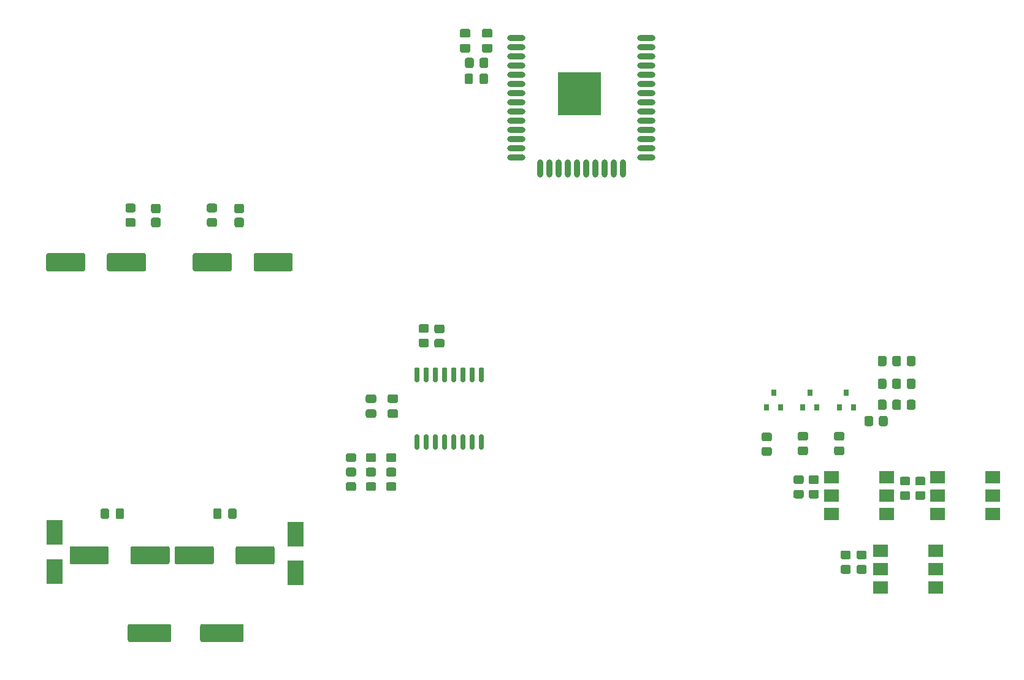
<source format=gtp>
G04 #@! TF.GenerationSoftware,KiCad,Pcbnew,5.1.10*
G04 #@! TF.CreationDate,2021-10-11T20:28:44-03:00*
G04 #@! TF.ProjectId,tesis,74657369-732e-46b6-9963-61645f706362,v1.0*
G04 #@! TF.SameCoordinates,Original*
G04 #@! TF.FileFunction,Paste,Top*
G04 #@! TF.FilePolarity,Positive*
%FSLAX46Y46*%
G04 Gerber Fmt 4.6, Leading zero omitted, Abs format (unit mm)*
G04 Created by KiCad (PCBNEW 5.1.10) date 2021-10-11 20:28:44*
%MOMM*%
%LPD*%
G01*
G04 APERTURE LIST*
%ADD10O,2.500000X0.900000*%
%ADD11O,0.900000X2.500000*%
%ADD12R,6.000000X6.000000*%
%ADD13R,2.300000X3.500000*%
%ADD14R,0.800000X0.900000*%
%ADD15R,2.000000X1.780000*%
G04 APERTURE END LIST*
D10*
X143620000Y-44472000D03*
X143620000Y-45742000D03*
X143620000Y-47012000D03*
X143620000Y-48282000D03*
X143620000Y-49552000D03*
X143620000Y-50822000D03*
X143620000Y-52092000D03*
X143620000Y-53362000D03*
X143620000Y-54632000D03*
X143620000Y-55902000D03*
X143620000Y-57172000D03*
X143620000Y-58442000D03*
X143620000Y-59712000D03*
X143620000Y-60982000D03*
D11*
X140335000Y-62472000D03*
X139065000Y-62472000D03*
X137795000Y-62472000D03*
X136525000Y-62472000D03*
X135255000Y-62472000D03*
X133985000Y-62472000D03*
X132715000Y-62472000D03*
X131445000Y-62472000D03*
X130175000Y-62472000D03*
X128905000Y-62472000D03*
D10*
X125620000Y-60982000D03*
X125620000Y-59712000D03*
X125620000Y-58442000D03*
X125620000Y-57172000D03*
X125620000Y-55902000D03*
X125620000Y-54632000D03*
X125620000Y-53362000D03*
X125620000Y-52092000D03*
X125620000Y-50822000D03*
X125620000Y-49552000D03*
X125620000Y-48282000D03*
X125620000Y-47012000D03*
X125620000Y-45742000D03*
X125620000Y-44472000D03*
D12*
X134320000Y-52172000D03*
G36*
G01*
X112075000Y-101305000D02*
X111775000Y-101305000D01*
G75*
G02*
X111625000Y-101155000I0J150000D01*
G01*
X111625000Y-99405000D01*
G75*
G02*
X111775000Y-99255000I150000J0D01*
G01*
X112075000Y-99255000D01*
G75*
G02*
X112225000Y-99405000I0J-150000D01*
G01*
X112225000Y-101155000D01*
G75*
G02*
X112075000Y-101305000I-150000J0D01*
G01*
G37*
G36*
G01*
X113345000Y-101305000D02*
X113045000Y-101305000D01*
G75*
G02*
X112895000Y-101155000I0J150000D01*
G01*
X112895000Y-99405000D01*
G75*
G02*
X113045000Y-99255000I150000J0D01*
G01*
X113345000Y-99255000D01*
G75*
G02*
X113495000Y-99405000I0J-150000D01*
G01*
X113495000Y-101155000D01*
G75*
G02*
X113345000Y-101305000I-150000J0D01*
G01*
G37*
G36*
G01*
X114615000Y-101305000D02*
X114315000Y-101305000D01*
G75*
G02*
X114165000Y-101155000I0J150000D01*
G01*
X114165000Y-99405000D01*
G75*
G02*
X114315000Y-99255000I150000J0D01*
G01*
X114615000Y-99255000D01*
G75*
G02*
X114765000Y-99405000I0J-150000D01*
G01*
X114765000Y-101155000D01*
G75*
G02*
X114615000Y-101305000I-150000J0D01*
G01*
G37*
G36*
G01*
X115885000Y-101305000D02*
X115585000Y-101305000D01*
G75*
G02*
X115435000Y-101155000I0J150000D01*
G01*
X115435000Y-99405000D01*
G75*
G02*
X115585000Y-99255000I150000J0D01*
G01*
X115885000Y-99255000D01*
G75*
G02*
X116035000Y-99405000I0J-150000D01*
G01*
X116035000Y-101155000D01*
G75*
G02*
X115885000Y-101305000I-150000J0D01*
G01*
G37*
G36*
G01*
X117155000Y-101305000D02*
X116855000Y-101305000D01*
G75*
G02*
X116705000Y-101155000I0J150000D01*
G01*
X116705000Y-99405000D01*
G75*
G02*
X116855000Y-99255000I150000J0D01*
G01*
X117155000Y-99255000D01*
G75*
G02*
X117305000Y-99405000I0J-150000D01*
G01*
X117305000Y-101155000D01*
G75*
G02*
X117155000Y-101305000I-150000J0D01*
G01*
G37*
G36*
G01*
X118425000Y-101305000D02*
X118125000Y-101305000D01*
G75*
G02*
X117975000Y-101155000I0J150000D01*
G01*
X117975000Y-99405000D01*
G75*
G02*
X118125000Y-99255000I150000J0D01*
G01*
X118425000Y-99255000D01*
G75*
G02*
X118575000Y-99405000I0J-150000D01*
G01*
X118575000Y-101155000D01*
G75*
G02*
X118425000Y-101305000I-150000J0D01*
G01*
G37*
G36*
G01*
X119695000Y-101305000D02*
X119395000Y-101305000D01*
G75*
G02*
X119245000Y-101155000I0J150000D01*
G01*
X119245000Y-99405000D01*
G75*
G02*
X119395000Y-99255000I150000J0D01*
G01*
X119695000Y-99255000D01*
G75*
G02*
X119845000Y-99405000I0J-150000D01*
G01*
X119845000Y-101155000D01*
G75*
G02*
X119695000Y-101305000I-150000J0D01*
G01*
G37*
G36*
G01*
X120965000Y-101305000D02*
X120665000Y-101305000D01*
G75*
G02*
X120515000Y-101155000I0J150000D01*
G01*
X120515000Y-99405000D01*
G75*
G02*
X120665000Y-99255000I150000J0D01*
G01*
X120965000Y-99255000D01*
G75*
G02*
X121115000Y-99405000I0J-150000D01*
G01*
X121115000Y-101155000D01*
G75*
G02*
X120965000Y-101305000I-150000J0D01*
G01*
G37*
G36*
G01*
X120965000Y-92005000D02*
X120665000Y-92005000D01*
G75*
G02*
X120515000Y-91855000I0J150000D01*
G01*
X120515000Y-90105000D01*
G75*
G02*
X120665000Y-89955000I150000J0D01*
G01*
X120965000Y-89955000D01*
G75*
G02*
X121115000Y-90105000I0J-150000D01*
G01*
X121115000Y-91855000D01*
G75*
G02*
X120965000Y-92005000I-150000J0D01*
G01*
G37*
G36*
G01*
X119695000Y-92005000D02*
X119395000Y-92005000D01*
G75*
G02*
X119245000Y-91855000I0J150000D01*
G01*
X119245000Y-90105000D01*
G75*
G02*
X119395000Y-89955000I150000J0D01*
G01*
X119695000Y-89955000D01*
G75*
G02*
X119845000Y-90105000I0J-150000D01*
G01*
X119845000Y-91855000D01*
G75*
G02*
X119695000Y-92005000I-150000J0D01*
G01*
G37*
G36*
G01*
X118425000Y-92005000D02*
X118125000Y-92005000D01*
G75*
G02*
X117975000Y-91855000I0J150000D01*
G01*
X117975000Y-90105000D01*
G75*
G02*
X118125000Y-89955000I150000J0D01*
G01*
X118425000Y-89955000D01*
G75*
G02*
X118575000Y-90105000I0J-150000D01*
G01*
X118575000Y-91855000D01*
G75*
G02*
X118425000Y-92005000I-150000J0D01*
G01*
G37*
G36*
G01*
X117155000Y-92005000D02*
X116855000Y-92005000D01*
G75*
G02*
X116705000Y-91855000I0J150000D01*
G01*
X116705000Y-90105000D01*
G75*
G02*
X116855000Y-89955000I150000J0D01*
G01*
X117155000Y-89955000D01*
G75*
G02*
X117305000Y-90105000I0J-150000D01*
G01*
X117305000Y-91855000D01*
G75*
G02*
X117155000Y-92005000I-150000J0D01*
G01*
G37*
G36*
G01*
X115885000Y-92005000D02*
X115585000Y-92005000D01*
G75*
G02*
X115435000Y-91855000I0J150000D01*
G01*
X115435000Y-90105000D01*
G75*
G02*
X115585000Y-89955000I150000J0D01*
G01*
X115885000Y-89955000D01*
G75*
G02*
X116035000Y-90105000I0J-150000D01*
G01*
X116035000Y-91855000D01*
G75*
G02*
X115885000Y-92005000I-150000J0D01*
G01*
G37*
G36*
G01*
X114615000Y-92005000D02*
X114315000Y-92005000D01*
G75*
G02*
X114165000Y-91855000I0J150000D01*
G01*
X114165000Y-90105000D01*
G75*
G02*
X114315000Y-89955000I150000J0D01*
G01*
X114615000Y-89955000D01*
G75*
G02*
X114765000Y-90105000I0J-150000D01*
G01*
X114765000Y-91855000D01*
G75*
G02*
X114615000Y-92005000I-150000J0D01*
G01*
G37*
G36*
G01*
X113345000Y-92005000D02*
X113045000Y-92005000D01*
G75*
G02*
X112895000Y-91855000I0J150000D01*
G01*
X112895000Y-90105000D01*
G75*
G02*
X113045000Y-89955000I150000J0D01*
G01*
X113345000Y-89955000D01*
G75*
G02*
X113495000Y-90105000I0J-150000D01*
G01*
X113495000Y-91855000D01*
G75*
G02*
X113345000Y-92005000I-150000J0D01*
G01*
G37*
G36*
G01*
X112075000Y-92005000D02*
X111775000Y-92005000D01*
G75*
G02*
X111625000Y-91855000I0J150000D01*
G01*
X111625000Y-90105000D01*
G75*
G02*
X111775000Y-89955000I150000J0D01*
G01*
X112075000Y-89955000D01*
G75*
G02*
X112225000Y-90105000I0J-150000D01*
G01*
X112225000Y-91855000D01*
G75*
G02*
X112075000Y-92005000I-150000J0D01*
G01*
G37*
G36*
G01*
X81995000Y-127680000D02*
X81995000Y-125680000D01*
G75*
G02*
X82245000Y-125430000I250000J0D01*
G01*
X87745000Y-125430000D01*
G75*
G02*
X87995000Y-125680000I0J-250000D01*
G01*
X87995000Y-127680000D01*
G75*
G02*
X87745000Y-127930000I-250000J0D01*
G01*
X82245000Y-127930000D01*
G75*
G02*
X81995000Y-127680000I0J250000D01*
G01*
G37*
G36*
G01*
X71995000Y-127680000D02*
X71995000Y-125680000D01*
G75*
G02*
X72245000Y-125430000I250000J0D01*
G01*
X77745000Y-125430000D01*
G75*
G02*
X77995000Y-125680000I0J-250000D01*
G01*
X77995000Y-127680000D01*
G75*
G02*
X77745000Y-127930000I-250000J0D01*
G01*
X72245000Y-127930000D01*
G75*
G02*
X71995000Y-127680000I0J250000D01*
G01*
G37*
G36*
G01*
X89370000Y-76430000D02*
X89370000Y-74430000D01*
G75*
G02*
X89620000Y-74180000I250000J0D01*
G01*
X94520000Y-74180000D01*
G75*
G02*
X94770000Y-74430000I0J-250000D01*
G01*
X94770000Y-76430000D01*
G75*
G02*
X94520000Y-76680000I-250000J0D01*
G01*
X89620000Y-76680000D01*
G75*
G02*
X89370000Y-76430000I0J250000D01*
G01*
G37*
G36*
G01*
X80970000Y-76430000D02*
X80970000Y-74430000D01*
G75*
G02*
X81220000Y-74180000I250000J0D01*
G01*
X86120000Y-74180000D01*
G75*
G02*
X86370000Y-74430000I0J-250000D01*
G01*
X86370000Y-76430000D01*
G75*
G02*
X86120000Y-76680000I-250000J0D01*
G01*
X81220000Y-76680000D01*
G75*
G02*
X80970000Y-76430000I0J250000D01*
G01*
G37*
G36*
G01*
X78470000Y-116930000D02*
X78470000Y-114930000D01*
G75*
G02*
X78720000Y-114680000I250000J0D01*
G01*
X83620000Y-114680000D01*
G75*
G02*
X83870000Y-114930000I0J-250000D01*
G01*
X83870000Y-116930000D01*
G75*
G02*
X83620000Y-117180000I-250000J0D01*
G01*
X78720000Y-117180000D01*
G75*
G02*
X78470000Y-116930000I0J250000D01*
G01*
G37*
G36*
G01*
X86870000Y-116930000D02*
X86870000Y-114930000D01*
G75*
G02*
X87120000Y-114680000I250000J0D01*
G01*
X92020000Y-114680000D01*
G75*
G02*
X92270000Y-114930000I0J-250000D01*
G01*
X92270000Y-116930000D01*
G75*
G02*
X92020000Y-117180000I-250000J0D01*
G01*
X87120000Y-117180000D01*
G75*
G02*
X86870000Y-116930000I0J250000D01*
G01*
G37*
G36*
G01*
X83782500Y-110655000D02*
X83782500Y-109705000D01*
G75*
G02*
X84032500Y-109455000I250000J0D01*
G01*
X84707500Y-109455000D01*
G75*
G02*
X84957500Y-109705000I0J-250000D01*
G01*
X84957500Y-110655000D01*
G75*
G02*
X84707500Y-110905000I-250000J0D01*
G01*
X84032500Y-110905000D01*
G75*
G02*
X83782500Y-110655000I0J250000D01*
G01*
G37*
G36*
G01*
X85857500Y-110655000D02*
X85857500Y-109705000D01*
G75*
G02*
X86107500Y-109455000I250000J0D01*
G01*
X86782500Y-109455000D01*
G75*
G02*
X87032500Y-109705000I0J-250000D01*
G01*
X87032500Y-110655000D01*
G75*
G02*
X86782500Y-110905000I-250000J0D01*
G01*
X86107500Y-110905000D01*
G75*
G02*
X85857500Y-110655000I0J250000D01*
G01*
G37*
G36*
G01*
X69120000Y-76430000D02*
X69120000Y-74430000D01*
G75*
G02*
X69370000Y-74180000I250000J0D01*
G01*
X74270000Y-74180000D01*
G75*
G02*
X74520000Y-74430000I0J-250000D01*
G01*
X74520000Y-76430000D01*
G75*
G02*
X74270000Y-76680000I-250000J0D01*
G01*
X69370000Y-76680000D01*
G75*
G02*
X69120000Y-76430000I0J250000D01*
G01*
G37*
G36*
G01*
X60720000Y-76430000D02*
X60720000Y-74430000D01*
G75*
G02*
X60970000Y-74180000I250000J0D01*
G01*
X65870000Y-74180000D01*
G75*
G02*
X66120000Y-74430000I0J-250000D01*
G01*
X66120000Y-76430000D01*
G75*
G02*
X65870000Y-76680000I-250000J0D01*
G01*
X60970000Y-76680000D01*
G75*
G02*
X60720000Y-76430000I0J250000D01*
G01*
G37*
G36*
G01*
X77770000Y-114930000D02*
X77770000Y-116930000D01*
G75*
G02*
X77520000Y-117180000I-250000J0D01*
G01*
X72620000Y-117180000D01*
G75*
G02*
X72370000Y-116930000I0J250000D01*
G01*
X72370000Y-114930000D01*
G75*
G02*
X72620000Y-114680000I250000J0D01*
G01*
X77520000Y-114680000D01*
G75*
G02*
X77770000Y-114930000I0J-250000D01*
G01*
G37*
G36*
G01*
X69370000Y-114930000D02*
X69370000Y-116930000D01*
G75*
G02*
X69120000Y-117180000I-250000J0D01*
G01*
X64220000Y-117180000D01*
G75*
G02*
X63970000Y-116930000I0J250000D01*
G01*
X63970000Y-114930000D01*
G75*
G02*
X64220000Y-114680000I250000J0D01*
G01*
X69120000Y-114680000D01*
G75*
G02*
X69370000Y-114930000I0J-250000D01*
G01*
G37*
G36*
G01*
X69420000Y-109705000D02*
X69420000Y-110655000D01*
G75*
G02*
X69170000Y-110905000I-250000J0D01*
G01*
X68495000Y-110905000D01*
G75*
G02*
X68245000Y-110655000I0J250000D01*
G01*
X68245000Y-109705000D01*
G75*
G02*
X68495000Y-109455000I250000J0D01*
G01*
X69170000Y-109455000D01*
G75*
G02*
X69420000Y-109705000I0J-250000D01*
G01*
G37*
G36*
G01*
X71495000Y-109705000D02*
X71495000Y-110655000D01*
G75*
G02*
X71245000Y-110905000I-250000J0D01*
G01*
X70570000Y-110905000D01*
G75*
G02*
X70320000Y-110655000I0J250000D01*
G01*
X70320000Y-109705000D01*
G75*
G02*
X70570000Y-109455000I250000J0D01*
G01*
X71245000Y-109455000D01*
G75*
G02*
X71495000Y-109705000I0J-250000D01*
G01*
G37*
D13*
X95120000Y-118380000D03*
X95120000Y-112980000D03*
G36*
G01*
X87770001Y-68667500D02*
X86969999Y-68667500D01*
G75*
G02*
X86720000Y-68417501I0J249999D01*
G01*
X86720000Y-67592499D01*
G75*
G02*
X86969999Y-67342500I249999J0D01*
G01*
X87770001Y-67342500D01*
G75*
G02*
X88020000Y-67592499I0J-249999D01*
G01*
X88020000Y-68417501D01*
G75*
G02*
X87770001Y-68667500I-249999J0D01*
G01*
G37*
G36*
G01*
X87770001Y-70592500D02*
X86969999Y-70592500D01*
G75*
G02*
X86720000Y-70342501I0J249999D01*
G01*
X86720000Y-69517499D01*
G75*
G02*
X86969999Y-69267500I249999J0D01*
G01*
X87770001Y-69267500D01*
G75*
G02*
X88020000Y-69517499I0J-249999D01*
G01*
X88020000Y-70342501D01*
G75*
G02*
X87770001Y-70592500I-249999J0D01*
G01*
G37*
X61870000Y-112780000D03*
X61870000Y-118180000D03*
G36*
G01*
X76270001Y-70592500D02*
X75469999Y-70592500D01*
G75*
G02*
X75220000Y-70342501I0J249999D01*
G01*
X75220000Y-69517499D01*
G75*
G02*
X75469999Y-69267500I249999J0D01*
G01*
X76270001Y-69267500D01*
G75*
G02*
X76520000Y-69517499I0J-249999D01*
G01*
X76520000Y-70342501D01*
G75*
G02*
X76270001Y-70592500I-249999J0D01*
G01*
G37*
G36*
G01*
X76270001Y-68667500D02*
X75469999Y-68667500D01*
G75*
G02*
X75220000Y-68417501I0J249999D01*
G01*
X75220000Y-67592499D01*
G75*
G02*
X75469999Y-67342500I249999J0D01*
G01*
X76270001Y-67342500D01*
G75*
G02*
X76520000Y-67592499I0J-249999D01*
G01*
X76520000Y-68417501D01*
G75*
G02*
X76270001Y-68667500I-249999J0D01*
G01*
G37*
G36*
G01*
X84070001Y-68530000D02*
X83169999Y-68530000D01*
G75*
G02*
X82920000Y-68280001I0J249999D01*
G01*
X82920000Y-67579999D01*
G75*
G02*
X83169999Y-67330000I249999J0D01*
G01*
X84070001Y-67330000D01*
G75*
G02*
X84320000Y-67579999I0J-249999D01*
G01*
X84320000Y-68280001D01*
G75*
G02*
X84070001Y-68530000I-249999J0D01*
G01*
G37*
G36*
G01*
X84070001Y-70530000D02*
X83169999Y-70530000D01*
G75*
G02*
X82920000Y-70280001I0J249999D01*
G01*
X82920000Y-69579999D01*
G75*
G02*
X83169999Y-69330000I249999J0D01*
G01*
X84070001Y-69330000D01*
G75*
G02*
X84320000Y-69579999I0J-249999D01*
G01*
X84320000Y-70280001D01*
G75*
G02*
X84070001Y-70530000I-249999J0D01*
G01*
G37*
G36*
G01*
X72820001Y-70530000D02*
X71919999Y-70530000D01*
G75*
G02*
X71670000Y-70280001I0J249999D01*
G01*
X71670000Y-69579999D01*
G75*
G02*
X71919999Y-69330000I249999J0D01*
G01*
X72820001Y-69330000D01*
G75*
G02*
X73070000Y-69579999I0J-249999D01*
G01*
X73070000Y-70280001D01*
G75*
G02*
X72820001Y-70530000I-249999J0D01*
G01*
G37*
G36*
G01*
X72820001Y-68530000D02*
X71919999Y-68530000D01*
G75*
G02*
X71670000Y-68280001I0J249999D01*
G01*
X71670000Y-67579999D01*
G75*
G02*
X71919999Y-67330000I249999J0D01*
G01*
X72820001Y-67330000D01*
G75*
G02*
X73070000Y-67579999I0J-249999D01*
G01*
X73070000Y-68280001D01*
G75*
G02*
X72820001Y-68530000I-249999J0D01*
G01*
G37*
G36*
G01*
X174920000Y-96929999D02*
X174920000Y-97830001D01*
G75*
G02*
X174670001Y-98080000I-249999J0D01*
G01*
X173969999Y-98080000D01*
G75*
G02*
X173720000Y-97830001I0J249999D01*
G01*
X173720000Y-96929999D01*
G75*
G02*
X173969999Y-96680000I249999J0D01*
G01*
X174670001Y-96680000D01*
G75*
G02*
X174920000Y-96929999I0J-249999D01*
G01*
G37*
G36*
G01*
X176920000Y-96929999D02*
X176920000Y-97830001D01*
G75*
G02*
X176670001Y-98080000I-249999J0D01*
G01*
X175969999Y-98080000D01*
G75*
G02*
X175720000Y-97830001I0J249999D01*
G01*
X175720000Y-96929999D01*
G75*
G02*
X175969999Y-96680000I249999J0D01*
G01*
X176670001Y-96680000D01*
G75*
G02*
X176920000Y-96929999I0J-249999D01*
G01*
G37*
G36*
G01*
X177557200Y-92680001D02*
X177557200Y-91779999D01*
G75*
G02*
X177807199Y-91530000I249999J0D01*
G01*
X178507201Y-91530000D01*
G75*
G02*
X178757200Y-91779999I0J-249999D01*
G01*
X178757200Y-92680001D01*
G75*
G02*
X178507201Y-92930000I-249999J0D01*
G01*
X177807199Y-92930000D01*
G75*
G02*
X177557200Y-92680001I0J249999D01*
G01*
G37*
G36*
G01*
X175557200Y-92680001D02*
X175557200Y-91779999D01*
G75*
G02*
X175807199Y-91530000I249999J0D01*
G01*
X176507201Y-91530000D01*
G75*
G02*
X176757200Y-91779999I0J-249999D01*
G01*
X176757200Y-92680001D01*
G75*
G02*
X176507201Y-92930000I-249999J0D01*
G01*
X175807199Y-92930000D01*
G75*
G02*
X175557200Y-92680001I0J249999D01*
G01*
G37*
G36*
G01*
X177557200Y-95580001D02*
X177557200Y-94679999D01*
G75*
G02*
X177807199Y-94430000I249999J0D01*
G01*
X178507201Y-94430000D01*
G75*
G02*
X178757200Y-94679999I0J-249999D01*
G01*
X178757200Y-95580001D01*
G75*
G02*
X178507201Y-95830000I-249999J0D01*
G01*
X177807199Y-95830000D01*
G75*
G02*
X177557200Y-95580001I0J249999D01*
G01*
G37*
G36*
G01*
X175557200Y-95580001D02*
X175557200Y-94679999D01*
G75*
G02*
X175807199Y-94430000I249999J0D01*
G01*
X176507201Y-94430000D01*
G75*
G02*
X176757200Y-94679999I0J-249999D01*
G01*
X176757200Y-95580001D01*
G75*
G02*
X176507201Y-95830000I-249999J0D01*
G01*
X175807199Y-95830000D01*
G75*
G02*
X175557200Y-95580001I0J249999D01*
G01*
G37*
G36*
G01*
X175557200Y-89530001D02*
X175557200Y-88629999D01*
G75*
G02*
X175807199Y-88380000I249999J0D01*
G01*
X176507201Y-88380000D01*
G75*
G02*
X176757200Y-88629999I0J-249999D01*
G01*
X176757200Y-89530001D01*
G75*
G02*
X176507201Y-89780000I-249999J0D01*
G01*
X175807199Y-89780000D01*
G75*
G02*
X175557200Y-89530001I0J249999D01*
G01*
G37*
G36*
G01*
X177557200Y-89530001D02*
X177557200Y-88629999D01*
G75*
G02*
X177807199Y-88380000I249999J0D01*
G01*
X178507201Y-88380000D01*
G75*
G02*
X178757200Y-88629999I0J-249999D01*
G01*
X178757200Y-89530001D01*
G75*
G02*
X178507201Y-89780000I-249999J0D01*
G01*
X177807199Y-89780000D01*
G75*
G02*
X177557200Y-89530001I0J249999D01*
G01*
G37*
G36*
G01*
X177557200Y-92680001D02*
X177557200Y-91779999D01*
G75*
G02*
X177807199Y-91530000I249999J0D01*
G01*
X178507201Y-91530000D01*
G75*
G02*
X178757200Y-91779999I0J-249999D01*
G01*
X178757200Y-92680001D01*
G75*
G02*
X178507201Y-92930000I-249999J0D01*
G01*
X177807199Y-92930000D01*
G75*
G02*
X177557200Y-92680001I0J249999D01*
G01*
G37*
G36*
G01*
X179557200Y-92680001D02*
X179557200Y-91779999D01*
G75*
G02*
X179807199Y-91530000I249999J0D01*
G01*
X180507201Y-91530000D01*
G75*
G02*
X180757200Y-91779999I0J-249999D01*
G01*
X180757200Y-92680001D01*
G75*
G02*
X180507201Y-92930000I-249999J0D01*
G01*
X179807199Y-92930000D01*
G75*
G02*
X179557200Y-92680001I0J249999D01*
G01*
G37*
G36*
G01*
X177557200Y-95580001D02*
X177557200Y-94679999D01*
G75*
G02*
X177807199Y-94430000I249999J0D01*
G01*
X178507201Y-94430000D01*
G75*
G02*
X178757200Y-94679999I0J-249999D01*
G01*
X178757200Y-95580001D01*
G75*
G02*
X178507201Y-95830000I-249999J0D01*
G01*
X177807199Y-95830000D01*
G75*
G02*
X177557200Y-95580001I0J249999D01*
G01*
G37*
G36*
G01*
X179557200Y-95580001D02*
X179557200Y-94679999D01*
G75*
G02*
X179807199Y-94430000I249999J0D01*
G01*
X180507201Y-94430000D01*
G75*
G02*
X180757200Y-94679999I0J-249999D01*
G01*
X180757200Y-95580001D01*
G75*
G02*
X180507201Y-95830000I-249999J0D01*
G01*
X179807199Y-95830000D01*
G75*
G02*
X179557200Y-95580001I0J249999D01*
G01*
G37*
G36*
G01*
X179557200Y-89530001D02*
X179557200Y-88629999D01*
G75*
G02*
X179807199Y-88380000I249999J0D01*
G01*
X180507201Y-88380000D01*
G75*
G02*
X180757200Y-88629999I0J-249999D01*
G01*
X180757200Y-89530001D01*
G75*
G02*
X180507201Y-89780000I-249999J0D01*
G01*
X179807199Y-89780000D01*
G75*
G02*
X179557200Y-89530001I0J249999D01*
G01*
G37*
G36*
G01*
X177557200Y-89530001D02*
X177557200Y-88629999D01*
G75*
G02*
X177807199Y-88380000I249999J0D01*
G01*
X178507201Y-88380000D01*
G75*
G02*
X178757200Y-88629999I0J-249999D01*
G01*
X178757200Y-89530001D01*
G75*
G02*
X178507201Y-89780000I-249999J0D01*
G01*
X177807199Y-89780000D01*
G75*
G02*
X177557200Y-89530001I0J249999D01*
G01*
G37*
G36*
G01*
X119670000Y-49605000D02*
X119670000Y-50555000D01*
G75*
G02*
X119420000Y-50805000I-250000J0D01*
G01*
X118745000Y-50805000D01*
G75*
G02*
X118495000Y-50555000I0J250000D01*
G01*
X118495000Y-49605000D01*
G75*
G02*
X118745000Y-49355000I250000J0D01*
G01*
X119420000Y-49355000D01*
G75*
G02*
X119670000Y-49605000I0J-250000D01*
G01*
G37*
G36*
G01*
X121745000Y-49605000D02*
X121745000Y-50555000D01*
G75*
G02*
X121495000Y-50805000I-250000J0D01*
G01*
X120820000Y-50805000D01*
G75*
G02*
X120570000Y-50555000I0J250000D01*
G01*
X120570000Y-49605000D01*
G75*
G02*
X120820000Y-49355000I250000J0D01*
G01*
X121495000Y-49355000D01*
G75*
G02*
X121745000Y-49605000I0J-250000D01*
G01*
G37*
G36*
G01*
X119045000Y-46442500D02*
X118095000Y-46442500D01*
G75*
G02*
X117845000Y-46192500I0J250000D01*
G01*
X117845000Y-45517500D01*
G75*
G02*
X118095000Y-45267500I250000J0D01*
G01*
X119045000Y-45267500D01*
G75*
G02*
X119295000Y-45517500I0J-250000D01*
G01*
X119295000Y-46192500D01*
G75*
G02*
X119045000Y-46442500I-250000J0D01*
G01*
G37*
G36*
G01*
X119045000Y-44367500D02*
X118095000Y-44367500D01*
G75*
G02*
X117845000Y-44117500I0J250000D01*
G01*
X117845000Y-43442500D01*
G75*
G02*
X118095000Y-43192500I250000J0D01*
G01*
X119045000Y-43192500D01*
G75*
G02*
X119295000Y-43442500I0J-250000D01*
G01*
X119295000Y-44117500D01*
G75*
G02*
X119045000Y-44367500I-250000J0D01*
G01*
G37*
G36*
G01*
X122095000Y-44367500D02*
X121145000Y-44367500D01*
G75*
G02*
X120895000Y-44117500I0J250000D01*
G01*
X120895000Y-43442500D01*
G75*
G02*
X121145000Y-43192500I250000J0D01*
G01*
X122095000Y-43192500D01*
G75*
G02*
X122345000Y-43442500I0J-250000D01*
G01*
X122345000Y-44117500D01*
G75*
G02*
X122095000Y-44367500I-250000J0D01*
G01*
G37*
G36*
G01*
X122095000Y-46442500D02*
X121145000Y-46442500D01*
G75*
G02*
X120895000Y-46192500I0J250000D01*
G01*
X120895000Y-45517500D01*
G75*
G02*
X121145000Y-45267500I250000J0D01*
G01*
X122095000Y-45267500D01*
G75*
G02*
X122345000Y-45517500I0J-250000D01*
G01*
X122345000Y-46192500D01*
G75*
G02*
X122095000Y-46442500I-250000J0D01*
G01*
G37*
G36*
G01*
X109061999Y-96941999D02*
X108111999Y-96941999D01*
G75*
G02*
X107861999Y-96691999I0J250000D01*
G01*
X107861999Y-96016999D01*
G75*
G02*
X108111999Y-95766999I250000J0D01*
G01*
X109061999Y-95766999D01*
G75*
G02*
X109311999Y-96016999I0J-250000D01*
G01*
X109311999Y-96691999D01*
G75*
G02*
X109061999Y-96941999I-250000J0D01*
G01*
G37*
G36*
G01*
X109061999Y-94866999D02*
X108111999Y-94866999D01*
G75*
G02*
X107861999Y-94616999I0J250000D01*
G01*
X107861999Y-93941999D01*
G75*
G02*
X108111999Y-93691999I250000J0D01*
G01*
X109061999Y-93691999D01*
G75*
G02*
X109311999Y-93941999I0J-250000D01*
G01*
X109311999Y-94616999D01*
G75*
G02*
X109061999Y-94866999I-250000J0D01*
G01*
G37*
G36*
G01*
X106051999Y-94866999D02*
X105101999Y-94866999D01*
G75*
G02*
X104851999Y-94616999I0J250000D01*
G01*
X104851999Y-93941999D01*
G75*
G02*
X105101999Y-93691999I250000J0D01*
G01*
X106051999Y-93691999D01*
G75*
G02*
X106301999Y-93941999I0J-250000D01*
G01*
X106301999Y-94616999D01*
G75*
G02*
X106051999Y-94866999I-250000J0D01*
G01*
G37*
G36*
G01*
X106051999Y-96941999D02*
X105101999Y-96941999D01*
G75*
G02*
X104851999Y-96691999I0J250000D01*
G01*
X104851999Y-96016999D01*
G75*
G02*
X105101999Y-95766999I250000J0D01*
G01*
X106051999Y-95766999D01*
G75*
G02*
X106301999Y-96016999I0J-250000D01*
G01*
X106301999Y-96691999D01*
G75*
G02*
X106051999Y-96941999I-250000J0D01*
G01*
G37*
G36*
G01*
X118570000Y-48330001D02*
X118570000Y-47429999D01*
G75*
G02*
X118819999Y-47180000I249999J0D01*
G01*
X119520001Y-47180000D01*
G75*
G02*
X119770000Y-47429999I0J-249999D01*
G01*
X119770000Y-48330001D01*
G75*
G02*
X119520001Y-48580000I-249999J0D01*
G01*
X118819999Y-48580000D01*
G75*
G02*
X118570000Y-48330001I0J249999D01*
G01*
G37*
G36*
G01*
X120570000Y-48330001D02*
X120570000Y-47429999D01*
G75*
G02*
X120819999Y-47180000I249999J0D01*
G01*
X121520001Y-47180000D01*
G75*
G02*
X121770000Y-47429999I0J-249999D01*
G01*
X121770000Y-48330001D01*
G75*
G02*
X121520001Y-48580000I-249999J0D01*
G01*
X120819999Y-48580000D01*
G75*
G02*
X120570000Y-48330001I0J249999D01*
G01*
G37*
G36*
G01*
X112419999Y-85980000D02*
X113320001Y-85980000D01*
G75*
G02*
X113570000Y-86229999I0J-249999D01*
G01*
X113570000Y-86930001D01*
G75*
G02*
X113320001Y-87180000I-249999J0D01*
G01*
X112419999Y-87180000D01*
G75*
G02*
X112170000Y-86930001I0J249999D01*
G01*
X112170000Y-86229999D01*
G75*
G02*
X112419999Y-85980000I249999J0D01*
G01*
G37*
G36*
G01*
X112419999Y-83980000D02*
X113320001Y-83980000D01*
G75*
G02*
X113570000Y-84229999I0J-249999D01*
G01*
X113570000Y-84930001D01*
G75*
G02*
X113320001Y-85180000I-249999J0D01*
G01*
X112419999Y-85180000D01*
G75*
G02*
X112170000Y-84930001I0J249999D01*
G01*
X112170000Y-84229999D01*
G75*
G02*
X112419999Y-83980000I249999J0D01*
G01*
G37*
G36*
G01*
X114569999Y-84030000D02*
X115470001Y-84030000D01*
G75*
G02*
X115720000Y-84279999I0J-249999D01*
G01*
X115720000Y-84980001D01*
G75*
G02*
X115470001Y-85230000I-249999J0D01*
G01*
X114569999Y-85230000D01*
G75*
G02*
X114320000Y-84980001I0J249999D01*
G01*
X114320000Y-84279999D01*
G75*
G02*
X114569999Y-84030000I249999J0D01*
G01*
G37*
G36*
G01*
X114569999Y-86030000D02*
X115470001Y-86030000D01*
G75*
G02*
X115720000Y-86279999I0J-249999D01*
G01*
X115720000Y-86980001D01*
G75*
G02*
X115470001Y-87230000I-249999J0D01*
G01*
X114569999Y-87230000D01*
G75*
G02*
X114320000Y-86980001I0J249999D01*
G01*
X114320000Y-86279999D01*
G75*
G02*
X114569999Y-86030000I249999J0D01*
G01*
G37*
G36*
G01*
X107919999Y-101830000D02*
X108820001Y-101830000D01*
G75*
G02*
X109070000Y-102079999I0J-249999D01*
G01*
X109070000Y-102780001D01*
G75*
G02*
X108820001Y-103030000I-249999J0D01*
G01*
X107919999Y-103030000D01*
G75*
G02*
X107670000Y-102780001I0J249999D01*
G01*
X107670000Y-102079999D01*
G75*
G02*
X107919999Y-101830000I249999J0D01*
G01*
G37*
G36*
G01*
X107919999Y-103830000D02*
X108820001Y-103830000D01*
G75*
G02*
X109070000Y-104079999I0J-249999D01*
G01*
X109070000Y-104780001D01*
G75*
G02*
X108820001Y-105030000I-249999J0D01*
G01*
X107919999Y-105030000D01*
G75*
G02*
X107670000Y-104780001I0J249999D01*
G01*
X107670000Y-104079999D01*
G75*
G02*
X107919999Y-103830000I249999J0D01*
G01*
G37*
G36*
G01*
X105119999Y-103830000D02*
X106020001Y-103830000D01*
G75*
G02*
X106270000Y-104079999I0J-249999D01*
G01*
X106270000Y-104780001D01*
G75*
G02*
X106020001Y-105030000I-249999J0D01*
G01*
X105119999Y-105030000D01*
G75*
G02*
X104870000Y-104780001I0J249999D01*
G01*
X104870000Y-104079999D01*
G75*
G02*
X105119999Y-103830000I249999J0D01*
G01*
G37*
G36*
G01*
X105119999Y-101830000D02*
X106020001Y-101830000D01*
G75*
G02*
X106270000Y-102079999I0J-249999D01*
G01*
X106270000Y-102780001D01*
G75*
G02*
X106020001Y-103030000I-249999J0D01*
G01*
X105119999Y-103030000D01*
G75*
G02*
X104870000Y-102780001I0J249999D01*
G01*
X104870000Y-102079999D01*
G75*
G02*
X105119999Y-101830000I249999J0D01*
G01*
G37*
G36*
G01*
X102369999Y-101830000D02*
X103270001Y-101830000D01*
G75*
G02*
X103520000Y-102079999I0J-249999D01*
G01*
X103520000Y-102780001D01*
G75*
G02*
X103270001Y-103030000I-249999J0D01*
G01*
X102369999Y-103030000D01*
G75*
G02*
X102120000Y-102780001I0J249999D01*
G01*
X102120000Y-102079999D01*
G75*
G02*
X102369999Y-101830000I249999J0D01*
G01*
G37*
G36*
G01*
X102369999Y-103830000D02*
X103270001Y-103830000D01*
G75*
G02*
X103520000Y-104079999I0J-249999D01*
G01*
X103520000Y-104780001D01*
G75*
G02*
X103270001Y-105030000I-249999J0D01*
G01*
X102369999Y-105030000D01*
G75*
G02*
X102120000Y-104780001I0J249999D01*
G01*
X102120000Y-104079999D01*
G75*
G02*
X102369999Y-103830000I249999J0D01*
G01*
G37*
G36*
G01*
X107919999Y-105830000D02*
X108820001Y-105830000D01*
G75*
G02*
X109070000Y-106079999I0J-249999D01*
G01*
X109070000Y-106780001D01*
G75*
G02*
X108820001Y-107030000I-249999J0D01*
G01*
X107919999Y-107030000D01*
G75*
G02*
X107670000Y-106780001I0J249999D01*
G01*
X107670000Y-106079999D01*
G75*
G02*
X107919999Y-105830000I249999J0D01*
G01*
G37*
G36*
G01*
X107919999Y-103830000D02*
X108820001Y-103830000D01*
G75*
G02*
X109070000Y-104079999I0J-249999D01*
G01*
X109070000Y-104780001D01*
G75*
G02*
X108820001Y-105030000I-249999J0D01*
G01*
X107919999Y-105030000D01*
G75*
G02*
X107670000Y-104780001I0J249999D01*
G01*
X107670000Y-104079999D01*
G75*
G02*
X107919999Y-103830000I249999J0D01*
G01*
G37*
G36*
G01*
X105119999Y-105830000D02*
X106020001Y-105830000D01*
G75*
G02*
X106270000Y-106079999I0J-249999D01*
G01*
X106270000Y-106780001D01*
G75*
G02*
X106020001Y-107030000I-249999J0D01*
G01*
X105119999Y-107030000D01*
G75*
G02*
X104870000Y-106780001I0J249999D01*
G01*
X104870000Y-106079999D01*
G75*
G02*
X105119999Y-105830000I249999J0D01*
G01*
G37*
G36*
G01*
X105119999Y-103830000D02*
X106020001Y-103830000D01*
G75*
G02*
X106270000Y-104079999I0J-249999D01*
G01*
X106270000Y-104780001D01*
G75*
G02*
X106020001Y-105030000I-249999J0D01*
G01*
X105119999Y-105030000D01*
G75*
G02*
X104870000Y-104780001I0J249999D01*
G01*
X104870000Y-104079999D01*
G75*
G02*
X105119999Y-103830000I249999J0D01*
G01*
G37*
G36*
G01*
X102369999Y-105830000D02*
X103270001Y-105830000D01*
G75*
G02*
X103520000Y-106079999I0J-249999D01*
G01*
X103520000Y-106780001D01*
G75*
G02*
X103270001Y-107030000I-249999J0D01*
G01*
X102369999Y-107030000D01*
G75*
G02*
X102120000Y-106780001I0J249999D01*
G01*
X102120000Y-106079999D01*
G75*
G02*
X102369999Y-105830000I249999J0D01*
G01*
G37*
G36*
G01*
X102369999Y-103830000D02*
X103270001Y-103830000D01*
G75*
G02*
X103520000Y-104079999I0J-249999D01*
G01*
X103520000Y-104780001D01*
G75*
G02*
X103270001Y-105030000I-249999J0D01*
G01*
X102369999Y-105030000D01*
G75*
G02*
X102120000Y-104780001I0J249999D01*
G01*
X102120000Y-104079999D01*
G75*
G02*
X102369999Y-103830000I249999J0D01*
G01*
G37*
D14*
X161170000Y-93480000D03*
X162120000Y-95480000D03*
X160220000Y-95480000D03*
X165220000Y-95480000D03*
X167120000Y-95480000D03*
X166170000Y-93480000D03*
X170270000Y-95480000D03*
X172170000Y-95480000D03*
X171220000Y-93480000D03*
G36*
G01*
X159769999Y-100980000D02*
X160670001Y-100980000D01*
G75*
G02*
X160920000Y-101229999I0J-249999D01*
G01*
X160920000Y-101930001D01*
G75*
G02*
X160670001Y-102180000I-249999J0D01*
G01*
X159769999Y-102180000D01*
G75*
G02*
X159520000Y-101930001I0J249999D01*
G01*
X159520000Y-101229999D01*
G75*
G02*
X159769999Y-100980000I249999J0D01*
G01*
G37*
G36*
G01*
X159769999Y-98980000D02*
X160670001Y-98980000D01*
G75*
G02*
X160920000Y-99229999I0J-249999D01*
G01*
X160920000Y-99930001D01*
G75*
G02*
X160670001Y-100180000I-249999J0D01*
G01*
X159769999Y-100180000D01*
G75*
G02*
X159520000Y-99930001I0J249999D01*
G01*
X159520000Y-99229999D01*
G75*
G02*
X159769999Y-98980000I249999J0D01*
G01*
G37*
G36*
G01*
X170669999Y-115280000D02*
X171570001Y-115280000D01*
G75*
G02*
X171820000Y-115529999I0J-249999D01*
G01*
X171820000Y-116230001D01*
G75*
G02*
X171570001Y-116480000I-249999J0D01*
G01*
X170669999Y-116480000D01*
G75*
G02*
X170420000Y-116230001I0J249999D01*
G01*
X170420000Y-115529999D01*
G75*
G02*
X170669999Y-115280000I249999J0D01*
G01*
G37*
G36*
G01*
X170669999Y-117280000D02*
X171570001Y-117280000D01*
G75*
G02*
X171820000Y-117529999I0J-249999D01*
G01*
X171820000Y-118230001D01*
G75*
G02*
X171570001Y-118480000I-249999J0D01*
G01*
X170669999Y-118480000D01*
G75*
G02*
X170420000Y-118230001I0J249999D01*
G01*
X170420000Y-117529999D01*
G75*
G02*
X170669999Y-117280000I249999J0D01*
G01*
G37*
G36*
G01*
X173770001Y-116480000D02*
X172869999Y-116480000D01*
G75*
G02*
X172620000Y-116230001I0J249999D01*
G01*
X172620000Y-115529999D01*
G75*
G02*
X172869999Y-115280000I249999J0D01*
G01*
X173770001Y-115280000D01*
G75*
G02*
X174020000Y-115529999I0J-249999D01*
G01*
X174020000Y-116230001D01*
G75*
G02*
X173770001Y-116480000I-249999J0D01*
G01*
G37*
G36*
G01*
X173770001Y-118480000D02*
X172869999Y-118480000D01*
G75*
G02*
X172620000Y-118230001I0J249999D01*
G01*
X172620000Y-117529999D01*
G75*
G02*
X172869999Y-117280000I249999J0D01*
G01*
X173770001Y-117280000D01*
G75*
G02*
X174020000Y-117529999I0J-249999D01*
G01*
X174020000Y-118230001D01*
G75*
G02*
X173770001Y-118480000I-249999J0D01*
G01*
G37*
G36*
G01*
X164769999Y-98880000D02*
X165670001Y-98880000D01*
G75*
G02*
X165920000Y-99129999I0J-249999D01*
G01*
X165920000Y-99830001D01*
G75*
G02*
X165670001Y-100080000I-249999J0D01*
G01*
X164769999Y-100080000D01*
G75*
G02*
X164520000Y-99830001I0J249999D01*
G01*
X164520000Y-99129999D01*
G75*
G02*
X164769999Y-98880000I249999J0D01*
G01*
G37*
G36*
G01*
X164769999Y-100880000D02*
X165670001Y-100880000D01*
G75*
G02*
X165920000Y-101129999I0J-249999D01*
G01*
X165920000Y-101830001D01*
G75*
G02*
X165670001Y-102080000I-249999J0D01*
G01*
X164769999Y-102080000D01*
G75*
G02*
X164520000Y-101830001I0J249999D01*
G01*
X164520000Y-101129999D01*
G75*
G02*
X164769999Y-100880000I249999J0D01*
G01*
G37*
G36*
G01*
X164169999Y-104880000D02*
X165070001Y-104880000D01*
G75*
G02*
X165320000Y-105129999I0J-249999D01*
G01*
X165320000Y-105830001D01*
G75*
G02*
X165070001Y-106080000I-249999J0D01*
G01*
X164169999Y-106080000D01*
G75*
G02*
X163920000Y-105830001I0J249999D01*
G01*
X163920000Y-105129999D01*
G75*
G02*
X164169999Y-104880000I249999J0D01*
G01*
G37*
G36*
G01*
X164169999Y-106880000D02*
X165070001Y-106880000D01*
G75*
G02*
X165320000Y-107129999I0J-249999D01*
G01*
X165320000Y-107830001D01*
G75*
G02*
X165070001Y-108080000I-249999J0D01*
G01*
X164169999Y-108080000D01*
G75*
G02*
X163920000Y-107830001I0J249999D01*
G01*
X163920000Y-107129999D01*
G75*
G02*
X164169999Y-106880000I249999J0D01*
G01*
G37*
G36*
G01*
X167170001Y-106080000D02*
X166269999Y-106080000D01*
G75*
G02*
X166020000Y-105830001I0J249999D01*
G01*
X166020000Y-105129999D01*
G75*
G02*
X166269999Y-104880000I249999J0D01*
G01*
X167170001Y-104880000D01*
G75*
G02*
X167420000Y-105129999I0J-249999D01*
G01*
X167420000Y-105830001D01*
G75*
G02*
X167170001Y-106080000I-249999J0D01*
G01*
G37*
G36*
G01*
X167170001Y-108080000D02*
X166269999Y-108080000D01*
G75*
G02*
X166020000Y-107830001I0J249999D01*
G01*
X166020000Y-107129999D01*
G75*
G02*
X166269999Y-106880000I249999J0D01*
G01*
X167170001Y-106880000D01*
G75*
G02*
X167420000Y-107129999I0J-249999D01*
G01*
X167420000Y-107830001D01*
G75*
G02*
X167170001Y-108080000I-249999J0D01*
G01*
G37*
G36*
G01*
X169769999Y-98880000D02*
X170670001Y-98880000D01*
G75*
G02*
X170920000Y-99129999I0J-249999D01*
G01*
X170920000Y-99830001D01*
G75*
G02*
X170670001Y-100080000I-249999J0D01*
G01*
X169769999Y-100080000D01*
G75*
G02*
X169520000Y-99830001I0J249999D01*
G01*
X169520000Y-99129999D01*
G75*
G02*
X169769999Y-98880000I249999J0D01*
G01*
G37*
G36*
G01*
X169769999Y-100880000D02*
X170670001Y-100880000D01*
G75*
G02*
X170920000Y-101129999I0J-249999D01*
G01*
X170920000Y-101830001D01*
G75*
G02*
X170670001Y-102080000I-249999J0D01*
G01*
X169769999Y-102080000D01*
G75*
G02*
X169520000Y-101830001I0J249999D01*
G01*
X169520000Y-101129999D01*
G75*
G02*
X169769999Y-100880000I249999J0D01*
G01*
G37*
G36*
G01*
X178869999Y-107080000D02*
X179770001Y-107080000D01*
G75*
G02*
X180020000Y-107329999I0J-249999D01*
G01*
X180020000Y-108030001D01*
G75*
G02*
X179770001Y-108280000I-249999J0D01*
G01*
X178869999Y-108280000D01*
G75*
G02*
X178620000Y-108030001I0J249999D01*
G01*
X178620000Y-107329999D01*
G75*
G02*
X178869999Y-107080000I249999J0D01*
G01*
G37*
G36*
G01*
X178869999Y-105080000D02*
X179770001Y-105080000D01*
G75*
G02*
X180020000Y-105329999I0J-249999D01*
G01*
X180020000Y-106030001D01*
G75*
G02*
X179770001Y-106280000I-249999J0D01*
G01*
X178869999Y-106280000D01*
G75*
G02*
X178620000Y-106030001I0J249999D01*
G01*
X178620000Y-105329999D01*
G75*
G02*
X178869999Y-105080000I249999J0D01*
G01*
G37*
G36*
G01*
X181870001Y-108280000D02*
X180969999Y-108280000D01*
G75*
G02*
X180720000Y-108030001I0J249999D01*
G01*
X180720000Y-107329999D01*
G75*
G02*
X180969999Y-107080000I249999J0D01*
G01*
X181870001Y-107080000D01*
G75*
G02*
X182120000Y-107329999I0J-249999D01*
G01*
X182120000Y-108030001D01*
G75*
G02*
X181870001Y-108280000I-249999J0D01*
G01*
G37*
G36*
G01*
X181870001Y-106280000D02*
X180969999Y-106280000D01*
G75*
G02*
X180720000Y-106030001I0J249999D01*
G01*
X180720000Y-105329999D01*
G75*
G02*
X180969999Y-105080000I249999J0D01*
G01*
X181870001Y-105080000D01*
G75*
G02*
X182120000Y-105329999I0J-249999D01*
G01*
X182120000Y-106030001D01*
G75*
G02*
X181870001Y-106280000I-249999J0D01*
G01*
G37*
D15*
X183530000Y-115340000D03*
X175910000Y-120420000D03*
X183530000Y-117880000D03*
X175910000Y-117880000D03*
X183530000Y-120420000D03*
X175910000Y-115340000D03*
X176820000Y-105140000D03*
X169200000Y-110220000D03*
X176820000Y-107680000D03*
X169200000Y-107680000D03*
X176820000Y-110220000D03*
X169200000Y-105140000D03*
X183810000Y-105140000D03*
X191430000Y-110220000D03*
X183810000Y-107680000D03*
X191430000Y-107680000D03*
X183810000Y-110220000D03*
X191430000Y-105140000D03*
M02*

</source>
